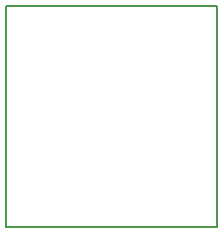
<source format=gko>
G04 DipTrace 2.4.0.2*
%INUSBBiPower3.gko*%
%MOIN*%
%ADD11C,0.0055*%
%FSLAX44Y44*%
G04*
G70*
G90*
G75*
G01*
%LNBoardOutline*%
%LPD*%
X3937Y11293D2*
D11*
Y3937D1*
X10972D1*
Y11293D1*
X3937D1*
M02*

</source>
